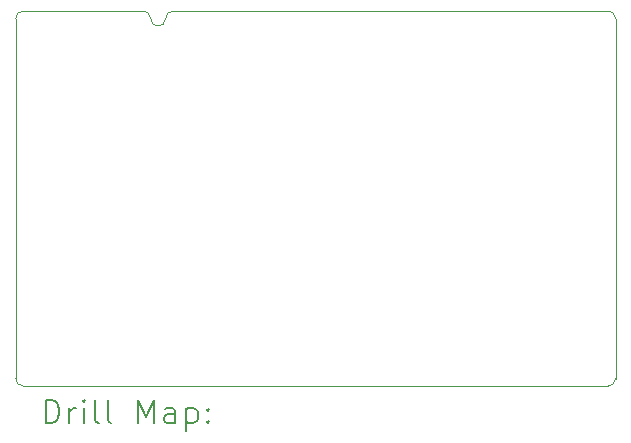
<source format=gbr>
%TF.GenerationSoftware,KiCad,Pcbnew,8.0.4*%
%TF.CreationDate,2024-11-26T19:47:34-06:00*%
%TF.ProjectId,Flash-2716,466c6173-682d-4323-9731-362e6b696361,rev?*%
%TF.SameCoordinates,Original*%
%TF.FileFunction,Drillmap*%
%TF.FilePolarity,Positive*%
%FSLAX45Y45*%
G04 Gerber Fmt 4.5, Leading zero omitted, Abs format (unit mm)*
G04 Created by KiCad (PCBNEW 8.0.4) date 2024-11-26 19:47:34*
%MOMM*%
%LPD*%
G01*
G04 APERTURE LIST*
%ADD10C,0.100000*%
%ADD11C,0.200000*%
G04 APERTURE END LIST*
D10*
X11049000Y-7429500D02*
G75*
G02*
X11112500Y-7493000I0J-63500D01*
G01*
X11239500Y-7493000D02*
G75*
G02*
X11303000Y-7429500I63500J0D01*
G01*
X15049500Y-10541000D02*
G75*
G02*
X14986000Y-10604500I-63500J0D01*
G01*
X11303000Y-7429500D02*
X14986000Y-7429500D01*
X14986000Y-10604500D02*
X10033000Y-10604500D01*
X10033000Y-10604500D02*
G75*
G02*
X9969500Y-10541000I0J63500D01*
G01*
X9969500Y-10541000D02*
X9969500Y-7493000D01*
X10033000Y-7429500D02*
X11049000Y-7429500D01*
X9969500Y-7493000D02*
G75*
G02*
X10033000Y-7429500I63500J0D01*
G01*
X14986000Y-7429500D02*
G75*
G02*
X15049500Y-7493000I0J-63500D01*
G01*
X11239500Y-7493000D02*
G75*
G02*
X11112500Y-7493000I-63500J0D01*
G01*
X15049500Y-7493000D02*
X15049500Y-10541000D01*
D11*
X10225277Y-10920984D02*
X10225277Y-10720984D01*
X10225277Y-10720984D02*
X10272896Y-10720984D01*
X10272896Y-10720984D02*
X10301467Y-10730508D01*
X10301467Y-10730508D02*
X10320515Y-10749555D01*
X10320515Y-10749555D02*
X10330039Y-10768603D01*
X10330039Y-10768603D02*
X10339563Y-10806698D01*
X10339563Y-10806698D02*
X10339563Y-10835270D01*
X10339563Y-10835270D02*
X10330039Y-10873365D01*
X10330039Y-10873365D02*
X10320515Y-10892412D01*
X10320515Y-10892412D02*
X10301467Y-10911460D01*
X10301467Y-10911460D02*
X10272896Y-10920984D01*
X10272896Y-10920984D02*
X10225277Y-10920984D01*
X10425277Y-10920984D02*
X10425277Y-10787650D01*
X10425277Y-10825746D02*
X10434801Y-10806698D01*
X10434801Y-10806698D02*
X10444324Y-10797174D01*
X10444324Y-10797174D02*
X10463372Y-10787650D01*
X10463372Y-10787650D02*
X10482420Y-10787650D01*
X10549086Y-10920984D02*
X10549086Y-10787650D01*
X10549086Y-10720984D02*
X10539563Y-10730508D01*
X10539563Y-10730508D02*
X10549086Y-10740031D01*
X10549086Y-10740031D02*
X10558610Y-10730508D01*
X10558610Y-10730508D02*
X10549086Y-10720984D01*
X10549086Y-10720984D02*
X10549086Y-10740031D01*
X10672896Y-10920984D02*
X10653848Y-10911460D01*
X10653848Y-10911460D02*
X10644324Y-10892412D01*
X10644324Y-10892412D02*
X10644324Y-10720984D01*
X10777658Y-10920984D02*
X10758610Y-10911460D01*
X10758610Y-10911460D02*
X10749086Y-10892412D01*
X10749086Y-10892412D02*
X10749086Y-10720984D01*
X11006229Y-10920984D02*
X11006229Y-10720984D01*
X11006229Y-10720984D02*
X11072896Y-10863841D01*
X11072896Y-10863841D02*
X11139563Y-10720984D01*
X11139563Y-10720984D02*
X11139563Y-10920984D01*
X11320515Y-10920984D02*
X11320515Y-10816222D01*
X11320515Y-10816222D02*
X11310991Y-10797174D01*
X11310991Y-10797174D02*
X11291943Y-10787650D01*
X11291943Y-10787650D02*
X11253848Y-10787650D01*
X11253848Y-10787650D02*
X11234801Y-10797174D01*
X11320515Y-10911460D02*
X11301467Y-10920984D01*
X11301467Y-10920984D02*
X11253848Y-10920984D01*
X11253848Y-10920984D02*
X11234801Y-10911460D01*
X11234801Y-10911460D02*
X11225277Y-10892412D01*
X11225277Y-10892412D02*
X11225277Y-10873365D01*
X11225277Y-10873365D02*
X11234801Y-10854317D01*
X11234801Y-10854317D02*
X11253848Y-10844793D01*
X11253848Y-10844793D02*
X11301467Y-10844793D01*
X11301467Y-10844793D02*
X11320515Y-10835270D01*
X11415753Y-10787650D02*
X11415753Y-10987650D01*
X11415753Y-10797174D02*
X11434801Y-10787650D01*
X11434801Y-10787650D02*
X11472896Y-10787650D01*
X11472896Y-10787650D02*
X11491943Y-10797174D01*
X11491943Y-10797174D02*
X11501467Y-10806698D01*
X11501467Y-10806698D02*
X11510991Y-10825746D01*
X11510991Y-10825746D02*
X11510991Y-10882889D01*
X11510991Y-10882889D02*
X11501467Y-10901936D01*
X11501467Y-10901936D02*
X11491943Y-10911460D01*
X11491943Y-10911460D02*
X11472896Y-10920984D01*
X11472896Y-10920984D02*
X11434801Y-10920984D01*
X11434801Y-10920984D02*
X11415753Y-10911460D01*
X11596705Y-10901936D02*
X11606229Y-10911460D01*
X11606229Y-10911460D02*
X11596705Y-10920984D01*
X11596705Y-10920984D02*
X11587182Y-10911460D01*
X11587182Y-10911460D02*
X11596705Y-10901936D01*
X11596705Y-10901936D02*
X11596705Y-10920984D01*
X11596705Y-10797174D02*
X11606229Y-10806698D01*
X11606229Y-10806698D02*
X11596705Y-10816222D01*
X11596705Y-10816222D02*
X11587182Y-10806698D01*
X11587182Y-10806698D02*
X11596705Y-10797174D01*
X11596705Y-10797174D02*
X11596705Y-10816222D01*
M02*

</source>
